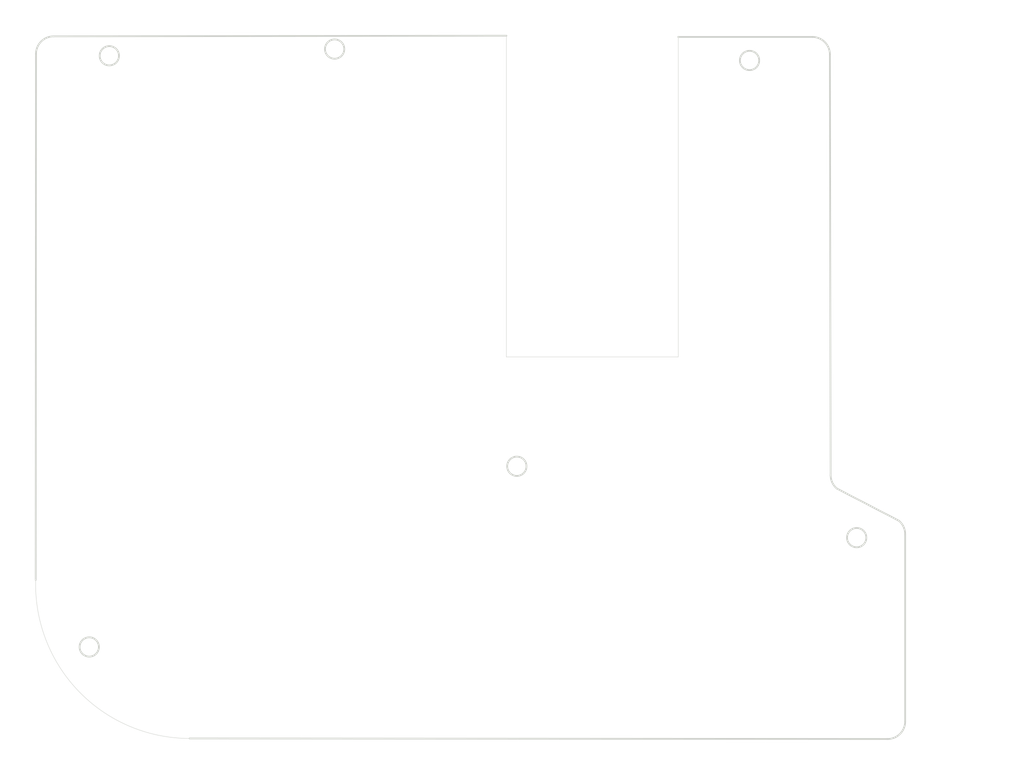
<source format=kicad_pcb>
(kicad_pcb (version 20171130) (host pcbnew 5.1.10)

  (general
    (thickness 1.6)
    (drawings 25)
    (tracks 0)
    (zones 0)
    (modules 0)
    (nets 2)
  )

  (page A4)
  (layers
    (0 F.Cu signal)
    (31 B.Cu signal)
    (32 B.Adhes user)
    (33 F.Adhes user)
    (34 B.Paste user)
    (35 F.Paste user)
    (36 B.SilkS user)
    (37 F.SilkS user)
    (38 B.Mask user)
    (39 F.Mask user)
    (40 Dwgs.User user hide)
    (41 Cmts.User user)
    (42 Eco1.User user)
    (43 Eco2.User user)
    (44 Edge.Cuts user)
    (45 Margin user)
    (46 B.CrtYd user)
    (47 F.CrtYd user)
    (48 B.Fab user)
    (49 F.Fab user)
  )

  (setup
    (last_trace_width 0.25)
    (trace_clearance 0.2)
    (zone_clearance 0.508)
    (zone_45_only no)
    (trace_min 0.2)
    (via_size 0.8)
    (via_drill 0.4)
    (via_min_size 0.4)
    (via_min_drill 0.3)
    (uvia_size 0.3)
    (uvia_drill 0.1)
    (uvias_allowed no)
    (uvia_min_size 0.2)
    (uvia_min_drill 0.1)
    (edge_width 0.05)
    (segment_width 0.2)
    (pcb_text_width 0.3)
    (pcb_text_size 1.5 1.5)
    (mod_edge_width 0.12)
    (mod_text_size 1 1)
    (mod_text_width 0.15)
    (pad_size 2.032 2.032)
    (pad_drill 1.27)
    (pad_to_mask_clearance 0)
    (aux_axis_origin 0 0)
    (visible_elements FFFFFF7F)
    (pcbplotparams
      (layerselection 0x010fc_ffffffff)
      (usegerberextensions false)
      (usegerberattributes true)
      (usegerberadvancedattributes true)
      (creategerberjobfile true)
      (excludeedgelayer true)
      (linewidth 0.100000)
      (plotframeref false)
      (viasonmask false)
      (mode 1)
      (useauxorigin false)
      (hpglpennumber 1)
      (hpglpenspeed 20)
      (hpglpendiameter 15.000000)
      (psnegative false)
      (psa4output false)
      (plotreference true)
      (plotvalue true)
      (plotinvisibletext false)
      (padsonsilk false)
      (subtractmaskfromsilk false)
      (outputformat 1)
      (mirror false)
      (drillshape 0)
      (scaleselection 1)
      (outputdirectory "gerber"))
  )

  (net 0 "")
  (net 1 gnd)

  (net_class Default "This is the default net class."
    (clearance 0.2)
    (trace_width 0.25)
    (via_dia 0.8)
    (via_drill 0.4)
    (uvia_dia 0.3)
    (uvia_drill 0.1)
  )

  (gr_line (start 108.999525 18.1764) (end 93.726 18.1764) (layer Edge.Cuts) (width 0.2) (tstamp 60A4D9A8))
  (gr_line (start 74.168 55.372) (end 74.422 18.288) (layer Dwgs.User) (width 0.15))
  (gr_line (start 93.726 55.372) (end 74.168 55.372) (layer Dwgs.User) (width 0.15))
  (gr_line (start 93.726 18.288) (end 93.726 55.372) (layer Dwgs.User) (width 0.15))
  (gr_line (start 93.726 18.1764) (end 93.726 54.61) (layer Edge.Cuts) (width 0.05))
  (gr_line (start 74.168 54.61) (end 93.726 54.61) (layer Edge.Cuts) (width 0.05))
  (gr_line (start 74.168 18.034) (end 74.168 54.61) (layer Edge.Cuts) (width 0.05))
  (gr_circle (center 54.61 19.558) (end 55.71 19.558) (layer Edge.Cuts) (width 0.2) (tstamp 609E3C97))
  (gr_circle (center 75.354 67.056) (end 76.454 67.056) (layer Edge.Cuts) (width 0.2) (tstamp 609E3C95))
  (gr_circle (center 26.67 87.63) (end 27.77 87.63) (layer Edge.Cuts) (width 0.2) (tstamp 609BF49C))
  (gr_arc (start 38.099999 80.51064) (end 20.574 80.002641) (angle -91.66028237) (layer Edge.Cuts) (width 0.05))
  (gr_line (start 111.079999 68.062398) (end 110.998 20.176399) (layer Edge.Cuts) (width 0.2))
  (gr_arc (start 22.609299 20.1087) (end 22.611511 18.109402) (angle -90.0832) (layer Edge.Cuts) (width 0.2))
  (gr_arc (start 117.567999 96.1079) (end 117.567999 98.1079) (angle -90) (layer Edge.Cuts) (width 0.2))
  (gr_arc (start 113.079999 68.062398) (end 111.079999 68.062398) (angle -50.0675) (layer Edge.Cuts) (width 0.2))
  (gr_line (start 118.851768 73.258298) (end 111.79623 69.596) (layer Edge.Cuts) (width 0.2))
  (gr_line (start 74.168 18.034) (end 22.611511 18.109402) (layer Edge.Cuts) (width 0.2))
  (gr_arc (start 117.567999 74.7919) (end 119.567999 74.7919) (angle -50.06750177) (layer Edge.Cuts) (width 0.2))
  (gr_circle (center 28.956 20.32) (end 30.056 20.32) (layer Edge.Cuts) (width 0.2))
  (gr_line (start 20.609999 20.1094) (end 20.574 80.002641) (layer Edge.Cuts) (width 0.2))
  (gr_line (start 38.1 98.044) (end 117.567999 98.1079) (layer Edge.Cuts) (width 0.2))
  (gr_arc (start 108.998 20.176399) (end 110.998 20.176399) (angle -89.9563) (layer Edge.Cuts) (width 0.2))
  (gr_circle (center 101.847999 20.8539) (end 102.947999 20.8539) (layer Edge.Cuts) (width 0.2))
  (gr_line (start 119.567999 96.1079) (end 119.567999 74.7919) (layer Edge.Cuts) (width 0.2))
  (gr_circle (center 114.046 75.184) (end 115.146 75.184) (layer Edge.Cuts) (width 0.2))

  (zone (net 1) (net_name gnd) (layer F.Cu) (tstamp 60A4DA37) (hatch edge 0.508)
    (connect_pads (clearance 0.508))
    (min_thickness 0.254)
    (fill yes (arc_segments 32) (thermal_gap 0.508) (thermal_bridge_width 0.508))
    (polygon
      (pts
        (xy 121.92 14.986) (xy 133.096 100.838) (xy 17.272 100.076) (xy 17.78 13.97)
      )
    )
  )
  (zone (net 1) (net_name gnd) (layer B.Cu) (tstamp 60A4DA34) (hatch edge 0.508)
    (connect_pads (clearance 0.508))
    (min_thickness 0.254)
    (fill yes (arc_segments 32) (thermal_gap 0.508) (thermal_bridge_width 0.508))
    (polygon
      (pts
        (xy 121.158 15.494) (xy 127 100.584) (xy 111.252 100.838) (xy 16.51 100.838) (xy 16.51 15.24)
      )
    )
  )
)

</source>
